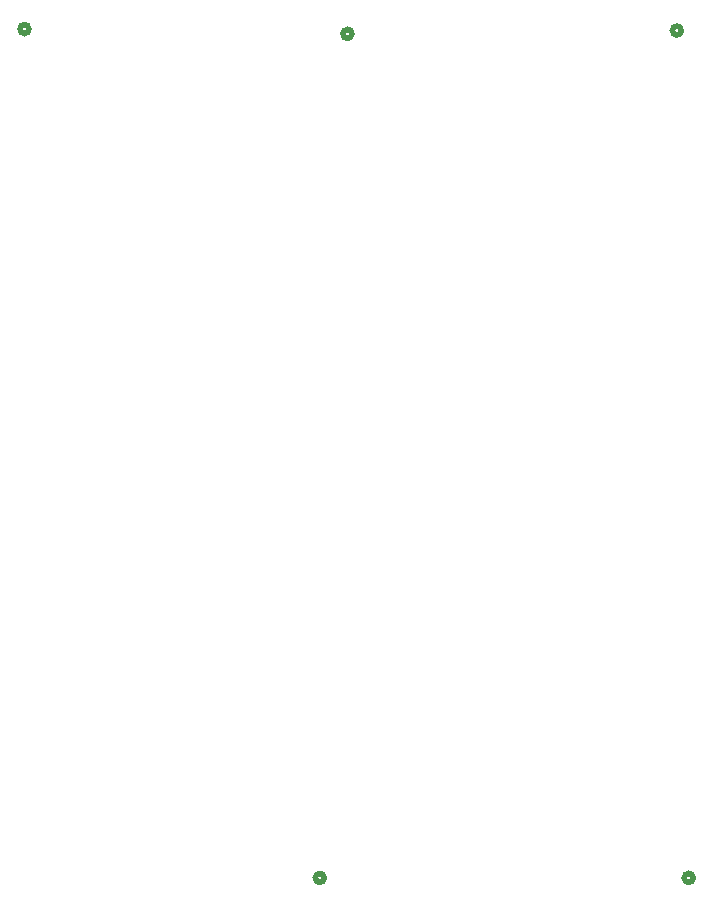
<source format=gbo>
G04*
G04 #@! TF.GenerationSoftware,Altium Limited,Altium Designer,19.1.7 (138)*
G04*
G04 Layer_Color=32896*
%FSLAX25Y25*%
%MOIN*%
G70*
G01*
G75*
%ADD10C,0.02000*%
D10*
X438000Y220049D02*
G03*
X438000Y220049I-1500J0D01*
G01*
X315050D02*
G03*
X315050Y220049I-1500J0D01*
G01*
X324250Y501400D02*
G03*
X324250Y501400I-1500J0D01*
G01*
X434050Y502500D02*
G03*
X434050Y502500I-1500J0D01*
G01*
X216600Y503000D02*
G03*
X216600Y503000I-1500J0D01*
G01*
M02*

</source>
